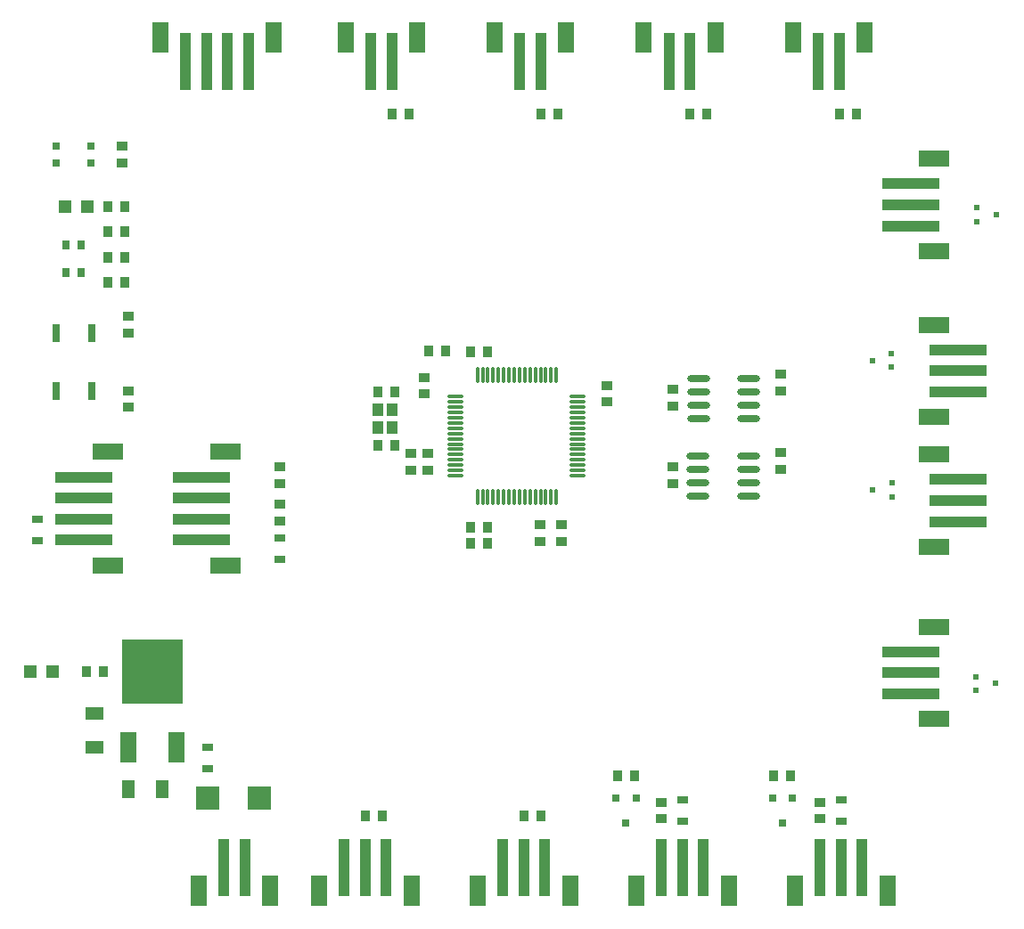
<source format=gtp>
G04*
G04 #@! TF.GenerationSoftware,Altium Limited,Altium Designer,19.1.9 (167)*
G04*
G04 Layer_Color=8421504*
%FSAX25Y25*%
%MOIN*%
G70*
G01*
G75*
%ADD16R,0.02165X0.01968*%
%ADD17R,0.11811X0.06299*%
%ADD18R,0.21654X0.03937*%
%ADD19R,0.03543X0.03937*%
%ADD20R,0.02756X0.03386*%
%ADD21O,0.01181X0.06299*%
%ADD22O,0.06299X0.01181*%
%ADD23R,0.03937X0.03543*%
%ADD24R,0.04724X0.06693*%
%ADD25R,0.06693X0.04724*%
%ADD26R,0.08504X0.08898*%
%ADD27R,0.04724X0.04724*%
%ADD28R,0.04291X0.03000*%
%ADD29R,0.03937X0.21654*%
%ADD30R,0.06299X0.11811*%
%ADD31R,0.03150X0.03150*%
%ADD32R,0.02756X0.02953*%
%ADD33R,0.03150X0.06693*%
%ADD34O,0.08661X0.02362*%
%ADD35R,0.06299X0.11811*%
%ADD36R,0.22835X0.24410*%
%ADD37R,0.03937X0.04724*%
D16*
X0364358Y0112059D02*
D03*
Y0106941D02*
D03*
X0371642Y0109500D02*
D03*
X0332842Y0227882D02*
D03*
Y0233000D02*
D03*
X0325558Y0230441D02*
D03*
X0364858Y0287559D02*
D03*
Y0282441D02*
D03*
X0372142Y0285000D02*
D03*
X0333142Y0179441D02*
D03*
Y0184559D02*
D03*
X0325858Y0182000D02*
D03*
D17*
X0039657Y0153740D02*
D03*
Y0196260D02*
D03*
X0083657D02*
D03*
Y0153740D02*
D03*
X0348858Y0096177D02*
D03*
Y0130823D02*
D03*
X0348843Y0243823D02*
D03*
Y0209177D02*
D03*
X0348858Y0271303D02*
D03*
Y0305949D02*
D03*
X0348843Y0195323D02*
D03*
Y0160677D02*
D03*
D18*
X0030799Y0163189D02*
D03*
Y0171063D02*
D03*
Y0178937D02*
D03*
Y0186811D02*
D03*
X0340000Y0280752D02*
D03*
Y0288626D02*
D03*
X0357701Y0178000D02*
D03*
Y0185874D02*
D03*
Y0226500D02*
D03*
Y0234374D02*
D03*
X0074799Y0186811D02*
D03*
Y0178937D02*
D03*
Y0171063D02*
D03*
Y0163189D02*
D03*
X0340000Y0105626D02*
D03*
Y0113500D02*
D03*
Y0121374D02*
D03*
X0357701Y0218626D02*
D03*
X0340000Y0296500D02*
D03*
X0357701Y0170126D02*
D03*
D19*
X0166150Y0234000D02*
D03*
X0159850D02*
D03*
X0039850Y0269000D02*
D03*
X0046150D02*
D03*
X0046150Y0278500D02*
D03*
X0039850D02*
D03*
X0039850Y0259500D02*
D03*
X0046150D02*
D03*
X0146921Y0198569D02*
D03*
X0140621D02*
D03*
Y0218769D02*
D03*
X0146921D02*
D03*
X0175350Y0233500D02*
D03*
X0181650D02*
D03*
X0181800Y0162000D02*
D03*
X0175501D02*
D03*
X0181800Y0168000D02*
D03*
X0175501D02*
D03*
X0152236Y0322500D02*
D03*
X0145937D02*
D03*
X0208041D02*
D03*
X0201742D02*
D03*
X0236650Y0075000D02*
D03*
X0230350D02*
D03*
X0263845Y0322500D02*
D03*
X0257546D02*
D03*
X0319650D02*
D03*
X0313350D02*
D03*
X0295150Y0075000D02*
D03*
X0288850D02*
D03*
X0142299Y0060000D02*
D03*
X0136000D02*
D03*
X0201632D02*
D03*
X0195333D02*
D03*
X0031701Y0114000D02*
D03*
X0038000D02*
D03*
X0039850Y0288000D02*
D03*
X0046150D02*
D03*
D20*
X0024045Y0263283D02*
D03*
X0029852D02*
D03*
X0024045Y0273716D02*
D03*
X0029852D02*
D03*
D21*
X0177936Y0224935D02*
D03*
X0179905D02*
D03*
X0181873D02*
D03*
X0183842D02*
D03*
X0185810D02*
D03*
X0187779D02*
D03*
X0189747D02*
D03*
X0191716D02*
D03*
X0193684D02*
D03*
X0195653D02*
D03*
X0197621D02*
D03*
X0199590D02*
D03*
X0201558D02*
D03*
X0203527D02*
D03*
X0205495D02*
D03*
X0207464D02*
D03*
Y0179265D02*
D03*
X0205495D02*
D03*
X0203527D02*
D03*
X0201558D02*
D03*
X0199590D02*
D03*
X0197621D02*
D03*
X0195653D02*
D03*
X0193684D02*
D03*
X0191716D02*
D03*
X0189747D02*
D03*
X0187779D02*
D03*
X0185810D02*
D03*
X0183842D02*
D03*
X0181873D02*
D03*
X0179905D02*
D03*
X0177936D02*
D03*
D22*
X0215535Y0216864D02*
D03*
Y0214895D02*
D03*
Y0212927D02*
D03*
Y0210958D02*
D03*
Y0208990D02*
D03*
Y0207021D02*
D03*
Y0205053D02*
D03*
Y0203084D02*
D03*
Y0201116D02*
D03*
Y0199147D02*
D03*
Y0197179D02*
D03*
Y0195210D02*
D03*
Y0193242D02*
D03*
Y0191273D02*
D03*
Y0189305D02*
D03*
Y0187336D02*
D03*
X0169865D02*
D03*
Y0189305D02*
D03*
Y0191273D02*
D03*
Y0193242D02*
D03*
Y0195210D02*
D03*
Y0197179D02*
D03*
Y0199147D02*
D03*
Y0201116D02*
D03*
Y0203084D02*
D03*
Y0205053D02*
D03*
Y0207021D02*
D03*
Y0208990D02*
D03*
Y0210958D02*
D03*
Y0212927D02*
D03*
Y0214895D02*
D03*
Y0216864D02*
D03*
D23*
X0251000Y0213350D02*
D03*
Y0219650D02*
D03*
Y0184350D02*
D03*
Y0190650D02*
D03*
X0045000Y0304350D02*
D03*
Y0310650D02*
D03*
X0201500Y0169000D02*
D03*
Y0162701D02*
D03*
X0158200Y0217850D02*
D03*
Y0224150D02*
D03*
X0153000Y0189350D02*
D03*
Y0195650D02*
D03*
X0226500Y0221150D02*
D03*
Y0214850D02*
D03*
X0209500Y0169000D02*
D03*
Y0162701D02*
D03*
X0159500Y0189350D02*
D03*
Y0195650D02*
D03*
X0291400Y0225319D02*
D03*
Y0219020D02*
D03*
Y0196119D02*
D03*
Y0189820D02*
D03*
X0246793Y0065150D02*
D03*
Y0058850D02*
D03*
X0306126Y0065150D02*
D03*
Y0058850D02*
D03*
X0104000Y0170350D02*
D03*
Y0176650D02*
D03*
Y0190650D02*
D03*
Y0184350D02*
D03*
X0047500Y0240653D02*
D03*
Y0246952D02*
D03*
Y0212850D02*
D03*
Y0219150D02*
D03*
D24*
Y0069900D02*
D03*
X0060098D02*
D03*
D25*
X0034700Y0085700D02*
D03*
Y0098298D02*
D03*
D26*
X0077109Y0066500D02*
D03*
X0096400D02*
D03*
D27*
X0019134Y0114000D02*
D03*
X0010866D02*
D03*
X0032134Y0288000D02*
D03*
X0023866D02*
D03*
D28*
X0104000Y0156043D02*
D03*
Y0163957D02*
D03*
X0013500Y0163150D02*
D03*
Y0171063D02*
D03*
X0254667Y0065957D02*
D03*
Y0058043D02*
D03*
X0314000Y0065957D02*
D03*
Y0058043D02*
D03*
X0077100Y0077787D02*
D03*
Y0085700D02*
D03*
D29*
X0068689Y0342299D02*
D03*
X0076563D02*
D03*
X0084437D02*
D03*
X0092311D02*
D03*
X0138063D02*
D03*
X0145937D02*
D03*
X0193834D02*
D03*
X0201708D02*
D03*
X0246793Y0040701D02*
D03*
X0254667D02*
D03*
X0262541D02*
D03*
X0249604Y0342299D02*
D03*
X0257478D02*
D03*
X0305375D02*
D03*
X0313249D02*
D03*
X0306126Y0040701D02*
D03*
X0314000D02*
D03*
X0321874D02*
D03*
X0128126D02*
D03*
X0136000D02*
D03*
X0143874D02*
D03*
X0187459D02*
D03*
X0195333D02*
D03*
X0203207D02*
D03*
X0090937D02*
D03*
X0083063D02*
D03*
D30*
X0059240Y0351157D02*
D03*
X0101760D02*
D03*
X0128614D02*
D03*
X0155386D02*
D03*
X0184385D02*
D03*
X0211157D02*
D03*
X0237344Y0031843D02*
D03*
X0271990D02*
D03*
X0240155Y0351157D02*
D03*
X0266927D02*
D03*
X0295926D02*
D03*
X0322698D02*
D03*
X0296677Y0031843D02*
D03*
X0331323D02*
D03*
X0118677D02*
D03*
X0153323D02*
D03*
X0178010D02*
D03*
X0212656D02*
D03*
X0100386D02*
D03*
X0073614D02*
D03*
D31*
X0237240Y0066724D02*
D03*
X0229760D02*
D03*
X0233500Y0057276D02*
D03*
X0295740Y0066724D02*
D03*
X0288260D02*
D03*
X0292000Y0057276D02*
D03*
D32*
X0020550Y0310748D02*
D03*
X0033346D02*
D03*
Y0304252D02*
D03*
X0020550D02*
D03*
D33*
X0033641Y0240803D02*
D03*
X0020255D02*
D03*
X0033641Y0219000D02*
D03*
X0020255D02*
D03*
D34*
X0260551Y0223800D02*
D03*
Y0218800D02*
D03*
Y0213800D02*
D03*
Y0208800D02*
D03*
X0279449Y0223800D02*
D03*
Y0218800D02*
D03*
Y0213800D02*
D03*
Y0208800D02*
D03*
X0260351Y0194600D02*
D03*
Y0189600D02*
D03*
Y0184600D02*
D03*
Y0179600D02*
D03*
X0279249Y0194600D02*
D03*
Y0189600D02*
D03*
Y0184600D02*
D03*
Y0179600D02*
D03*
D35*
X0047404Y0085732D02*
D03*
X0065396D02*
D03*
D36*
X0056400Y0114000D02*
D03*
D37*
X0145936Y0211962D02*
D03*
Y0205269D02*
D03*
X0140818Y0211962D02*
D03*
Y0205269D02*
D03*
M02*

</source>
